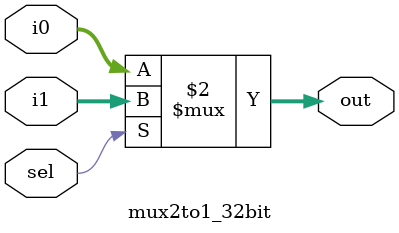
<source format=v>
`timescale 1ns/1ns

module mux2to1_32bit(i0, i1, sel, out);

input [31:0] i0, i1;
input sel;
output [31:0] out;

assign #5 out = ~sel ? i0 : i1;

endmodule

</source>
